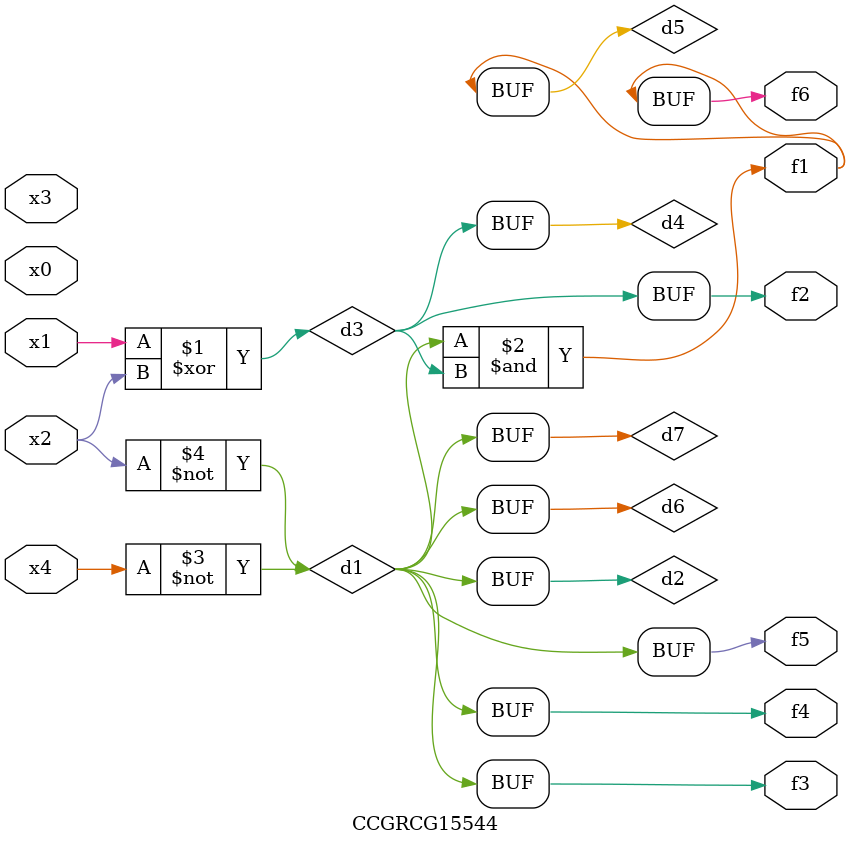
<source format=v>
module CCGRCG15544(
	input x0, x1, x2, x3, x4,
	output f1, f2, f3, f4, f5, f6
);

	wire d1, d2, d3, d4, d5, d6, d7;

	not (d1, x4);
	not (d2, x2);
	xor (d3, x1, x2);
	buf (d4, d3);
	and (d5, d1, d3);
	buf (d6, d1, d2);
	buf (d7, d2);
	assign f1 = d5;
	assign f2 = d4;
	assign f3 = d7;
	assign f4 = d7;
	assign f5 = d7;
	assign f6 = d5;
endmodule

</source>
